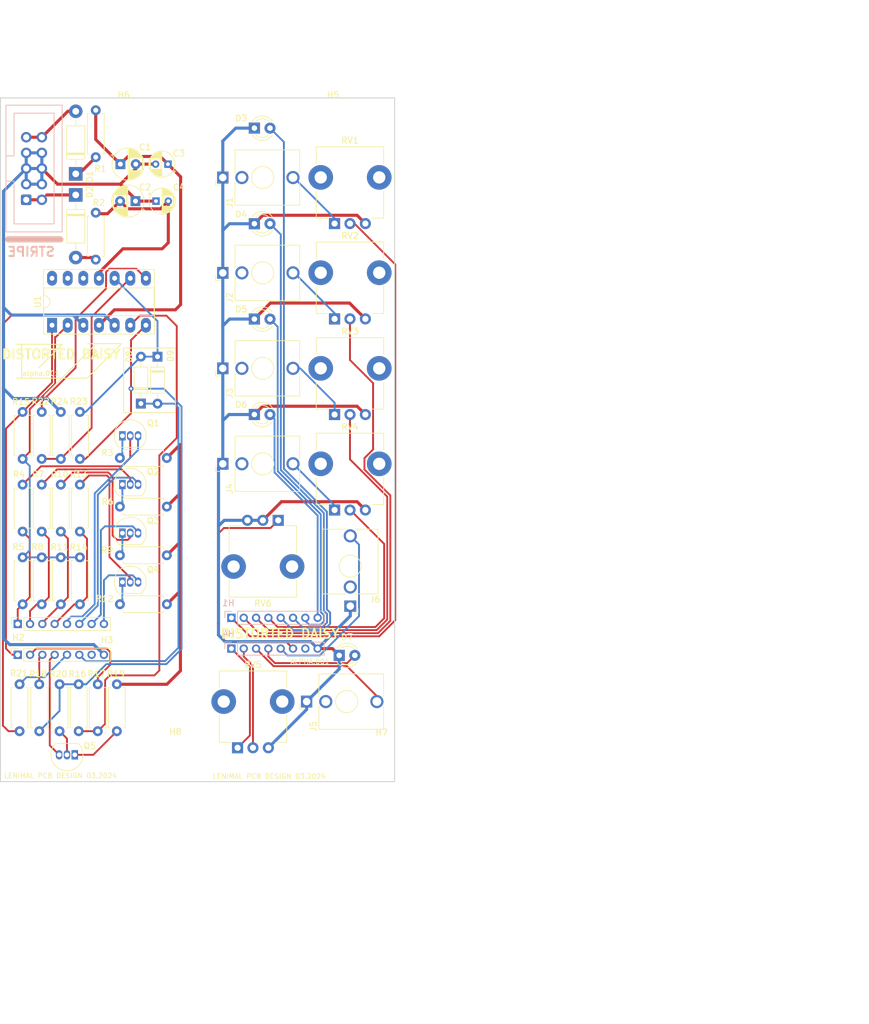
<source format=kicad_pcb>
(kicad_pcb (version 20221018) (generator pcbnew)
  (layers (0 "F.Cu" signal) (31 "B.Cu" signal) (34 "B.Paste" user) (35 "F.Paste" user) (36 "B.SilkS" user "B.Silkscreen") (37 "F.SilkS" user "F.Silkscreen") (38 "B.Mask" user) (39 "F.Mask" user) (44 "Edge.Cuts" user))
  (net 0 "")
  (net 1 "+12V")
  (net 2 "GNDREF")
  (net 3 "-12V")
  (net 4 "Net-(D3-A)")
  (net 5 "Net-(D4-A)")
  (net 6 "Net-(D5-A)")
  (net 7 "Net-(D6-A)")
  (net 8 "Net-(D7-A)")
  (net 9 "Net-(J1-PadT)")
  (net 11 "Net-(J2-PadT)")
  (net 12 "Net-(J3-PadT)")
  (net 13 "Net-(J4-PadT)")
  (net 16 "Net-(Q1-C)")
  (net 17 "Net-(Q1-B)")
  (net 18 "Net-(Q2-C)")
  (net 19 "Net-(Q2-B)")
  (net 20 "Net-(Q3-C)")
  (net 21 "Net-(Q3-B)")
  (net 22 "Net-(Q4-C)")
  (net 23 "Net-(Q4-B)")
  (net 24 "Net-(Q5-C)")
  (net 25 "Net-(Q5-B)")
  (net 26 "Net-(U1A--)")
  (net 27 "Net-(U1B--)")
  (net 29 "Net-(R16-Pad2)")
  (net 31 "Net-(H1-Pad1)")
  (net 32 "Net-(H1-Pad2)")
  (net 33 "Net-(H1-Pad3)")
  (net 34 "Net-(H1-Pad4)")
  (net 35 "Net-(H2-Pad1)")
  (net 36 "Net-(H2-Pad2)")
  (net 37 "Net-(H2-Pad3)")
  (net 38 "Net-(H2-Pad4)")
  (net 39 "Net-(Q1-E)")
  (net 40 "Net-(Q2-E)")
  (net 41 "Net-(Q3-E)")
  (net 42 "Net-(Q4-E)")
  (net 43 "Net-(H3-Pad1)")
  (net 44 "Net-(H3-Pad2)")
  (net 45 "Net-(H3-Pad3)")
  (net 46 "Net-(Q5-E)")
  (net 47 "Net-(D8-K)")
  (net 49 "Net-(H4-Pad1)")
  (net 50 "Net-(H4-Pad2)")
  (net 51 "Net-(H4-Pad3)")
  (net 53 "Net-(D8-A)")
  (net 54 "Net-(D1-K)")
  (net 55 "Net-(D1-A)")
  (net 56 "Net-(D2-K)")
  (net 57 "Net-(D2-A)")
  (net 59 "Net-(R21-Pad1)")
  (net 60 "Net-(U1C--)")
  (net 64 "Net-(H3-Pad5)")
  (net 65 "Net-(H4-Pad5)")
  (net 66 "Net-(H4-Pad6)")
  (footprint "Package_TO_SOT_THT:TO-92_Inline" (layer "F.Cu") (at 69.8 108.6)
    (fp_text reference "Q4")
    (fp_text value "BC547")
  )
  (footprint "MountingHole:MountingHole_3.5mm" (layer "F.Cu") (at 75.5 137)
    (fp_text reference "H8")
    (fp_text value "MountingHole" hide)
  )
  (footprint "synth-custom:R_Axial_DIN0207_L6.3mm_D2.5mm_P7.62mm_Horizontal" (layer "F.Cu") (at 77.02 112.2 180)
    (fp_text reference "R12")
    (fp_text value "1K")
  )
  (footprint "Potentiometer_THT:Potentiometer_TT_P0915N" (layer "F.Cu") (at 104.25 81.4)
    (fp_text reference "RV3")
    (fp_text value "B100K")
  )
  (footprint "Potentiometer_THT:Potentiometer_TT_P0915N" (layer "F.Cu") (at 104.25 96.9)
    (fp_text reference "RV4")
    (fp_text value "B100K")
  )
  (footprint "synth-custom:R_Axial_DIN0207_L6.3mm_D2.5mm_P7.62mm_Horizontal" (layer "F.Cu") (at 65.472599 56.25 90)
    (fp_text reference "R2")
    (fp_text value "10")
  )
  (footprint "synth-custom:R_Axial_DIN0207_L6.3mm_D2.5mm_P7.62mm_Horizontal" (layer "F.Cu") (at 53.6 88.6 90)
    (fp_text reference "R15")
    (fp_text value "100K")
  )
  (footprint "MountingHole:MountingHole_2.5mm" (layer "F.Cu") (at 70 33)
    (fp_text reference "H6")
    (fp_text value "MountingHole" hide)
  )
  (footprint "synth-custom:Jack_3.5mm_QingPu_WQP-PJ398SM_Vertical_CircularHoles" (layer "F.Cu") (at 86.1 73.9 90)
    (fp_text reference "J3")
    (fp_text value "INPUT_3")
  )
  (footprint "synth-custom:R_Axial_DIN0207_L6.3mm_D2.5mm_P7.62mm_Horizontal" (layer "F.Cu") (at 62.7 132.81 90)
    (fp_text reference "R16")
    (fp_text value "100K")
  )
  (footprint "LED_THT:LED_D3.0mm" (layer "F.Cu") (at 105 120.5)
    (fp_text reference "D7")
    (fp_text value "LED_OUT")
  )
  (footprint "Potentiometer_THT:Potentiometer_TT_P0915N" (layer "F.Cu") (at 95.1 98.575 180)
    (fp_text reference "RV6")
    (fp_text value "B20K")
  )
  (footprint "synth-custom:R_Axial_DIN0207_L6.3mm_D2.5mm_P7.62mm_Horizontal" (layer "F.Cu") (at 59.8 80.98 -90)
    (fp_text reference "R23")
    (fp_text value "27K")
  )
  (footprint "synth-custom:Jack_3.5mm_QingPu_WQP-PJ398SM_Vertical_CircularHoles" (layer "F.Cu") (at 86.1 58.4 90)
    (fp_text reference "J2")
    (fp_text value "INPUT_2")
  )
  (footprint "synth-custom:Jack_3.5mm_QingPu_WQP-PJ398SM_Vertical_CircularHoles" (layer "F.Cu") (at 86.1 89.4 90)
    (fp_text reference "J4")
    (fp_text value "INPUT_4")
  )
  (footprint "synth-custom:Jack_3.5mm_QingPu_WQP-PJ398SM_Vertical_CircularHoles" (layer "F.Cu") (at 106.8 112.5 180)
    (fp_text reference "J6")
    (fp_text value "OUTPUT")
  )
  (footprint "MountingHole:MountingHole_3.5mm" (layer "F.Cu") (at 109.5 137)
    (fp_text reference "H7")
    (fp_text value "MountingHole")
  )
  (footprint "Diode_THT:D_DO-41_SOD81_P10.16mm_Horizontal" (layer "F.Cu") (at 62.222599 42.33 90)
    (fp_text reference "D1")
    (fp_text value "1N5819")
  )
  (footprint "synth-custom:R_Axial_DIN0207_L6.3mm_D2.5mm_P7.62mm_Horizontal" (layer "F.Cu") (at 62.9 88.6 90)
    (fp_text reference "R24")
    (fp_text value "100K")
  )
  (footprint "synth-custom:R_Axial_DIN0207_L6.3mm_D2.5mm_P7.62mm_Horizontal" (layer "F.Cu") (at 56.3 132.81 90)
    (fp_text reference "R18")
    (fp_text value "1K")
  )
  (footprint "Capacitor_THT:CP_Radial_D5.0mm_P2.50mm" (layer "F.Cu") (at 71.927712 46.75 180)
    (fp_text reference "C2")
    (fp_text value "47uF")
  )
  (footprint "Package_TO_SOT_THT:TO-92_Inline" (layer "F.Cu") (at 69.8 100.65)
    (fp_text reference "Q3")
    (fp_text value "BC547")
  )
  (footprint "LED_THT:LED_D3.0mm" (layer "F.Cu") (at 91.225 81.4)
    (fp_text reference "D6")
    (fp_text value "LED_IN_4")
  )
  (footprint "synth-custom:R_Axial_DIN0207_L6.3mm_D2.5mm_P7.62mm_Horizontal" (layer "F.Cu") (at 53.6 100.4 90)
    (fp_text reference "R4")
    (fp_text value "100K")
  )
  (footprint "Diode_THT:D_DO-41_SOD81_P10.16mm_Horizontal" (layer "F.Cu") (at 62.222599 45.75 -90)
    (fp_text reference "D2")
    (fp_text value "1N5819")
  )
  (footprint "synth-custom:R_Axial_DIN0207_L6.3mm_D2.5mm_P7.62mm_Horizontal" (layer "F.Cu") (at 62.9 112.21 90)
    (fp_text reference "R14")
    (fp_text value "100K")
  )
  (footprint "synth-custom:R_Axial_DIN0207_L6.3mm_D2.5mm_P7.62mm_Horizontal" (layer "F.Cu") (at 77.01 96.35 180)
    (fp_text reference "R6")
    (fp_text value "1K")
  )
  (footprint "synth-custom:R_Axial_DIN0207_L6.3mm_D2.5mm_P7.62mm_Horizontal" (layer "F.Cu") (at 59.8 100.4 90)
    (fp_text reference "R10")
    (fp_text value "100K")
  )
  (footprint "synth-custom:R_Axial_DIN0207_L6.3mm_D2.5mm_P7.62mm_Horizontal" (layer "F.Cu") (at 59.8 112.21 90)
    (fp_text reference "R11")
    (fp_text value "100K")
  )
  (footprint "synth-custom:R_Axial_DIN0207_L6.3mm_D2.5mm_P7.62mm_Horizontal" (layer "F.Cu") (at 77.01 104.25 180)
    (fp_text reference "R9")
    (fp_text value "1K")
  )
  (footprint "Capacitor_THT:CP_Radial_D4.0mm_P2.00mm" (layer "F.Cu") (at 77.195199 40.75 180)
    (fp_text reference "C3")
    (fp_text value "0.1uF")
  )
  (footprint "synth-custom:R_Axial_DIN0207_L6.3mm_D2.5mm_P7.62mm_Horizontal" (layer "F.Cu") (at 56.7 100.4 90)
    (fp_text reference "R7")
    (fp_text value "100K")
  )
  (footprint "synth-custom:R_Axial_DIN0207_L6.3mm_D2.5mm_P7.62mm_Horizontal" (layer "F.Cu") (at 62.9 100.4 90)
    (fp_text reference "R13")
    (fp_text value "100K")
  )
  (footprint "Potentiometer_THT:Potentiometer_TT_P0915N" (layer "F.Cu") (at 104.25 65.875)
    (fp_text reference "RV2")
    (fp_text value "B100K")
  )
  (footprint "Package_TO_SOT_THT:TO-92_Inline" (layer "F.Cu") (at 69.8 92.75)
    (fp_text reference "Q2")
    (fp_text value "BC547")
  )
  (footprint "Package_TO_SOT_THT:TO-92_Inline" (layer "F.Cu") (at 62.07 136.64 180)
    (fp_text reference "Q5")
    (fp_text value "BC547")
  )
  (footprint "synth-custom:Jack_3.5mm_QingPu_WQP-PJ398SM_Vertical_CircularHoles" (layer "F.Cu") (at 86.1 42.925 90)
    (fp_text reference "J1")
    (fp_text value "INPUT_1")
  )
  (footprint "synth-custom:R_Axial_DIN0207_L6.3mm_D2.5mm_P7.62mm_Horizontal" (layer "F.Cu") (at 56.7 112.21 90)
    (fp_text reference "R8")
    (fp_text value "100K")
  )
  (footprint "synth-custom:R_Axial_DIN0207_L6.3mm_D2.5mm_P7.62mm_Horizontal" (layer "F.Cu") (at 53.1 132.81 90)
    (fp_text reference "R21")
    (fp_text value "1K")
  )
  (footprint "synth-custom:R_Axial_DIN0207_L6.3mm_D2.5mm_P7.62mm_Horizontal" (layer "F.Cu") (at 56.7 88.6 90)
    (fp_text reference "R22")
    (fp_text value "100K")
  )
  (footprint "synth-custom:Jack_3.5mm_QingPu_WQP-PJ398SM_Vertical_CircularHoles" (layer "F.Cu") (at 99.72 128 90)
    (fp_text reference "J5")
    (fp_text value "OUTPUT")
  )
  (footprint "synth-custom:R_Axial_DIN0207_L6.3mm_D2.5mm_P7.62mm_Horizontal" (layer "F.Cu") (at 68.9 125.19 -90)
    (fp_text reference "R19")
    (fp_text value "1K")
  )
  (footprint "Potentiometer_THT:Potentiometer_TT_P0915N" (layer "F.Cu") (at 88.5 135.5)
    (fp_text reference "RV5")
    (fp_text value "B100K")
  )
  (footprint "synth-custom:R_Axial_DIN0207_L6.3mm_D2.5mm_P7.62mm_Horizontal" (layer "F.Cu") (at 59.6 125.19 -90)
    (fp_text reference "R20")
    (fp_text value "100K")
  )
  (footprint "synth-custom:R_Axial_DIN0207_L6.3mm_D2.5mm_P7.62mm_Horizontal" (layer "F.Cu") (at 77.01 88.45 180)
    (fp_text reference "R3")
    (fp_text value "1K")
  )
  (footprint "synth-custom:PinSocket_1x08_P2.00mm_Vertical" (layer "F.Cu") (at 52.8 115.4 90)
    (fp_text reference "H2")
    (fp_text value "~")
  )
  (footprint "Package_TO_SOT_THT:TO-92_Inline" (layer "F.Cu") (at 69.8 84.86)
    (fp_text reference "Q1")
    (fp_text value "BC547")
  )
  (footprint "LED_THT:LED_D3.0mm" (layer "F.Cu") (at 91.225 65.9)
    (fp_text reference "D5")
    (fp_text value "LED_IN_3")
  )
  (footprint "Capacitor_THT:CP_Radial_D5.0mm_P2.50mm" (layer "F.Cu") (at 69.472599 40.75)
    (fp_text reference "C1")
    (fp_text value "47uF")
  )
  (footprint "Diode_THT:D_DO-35_SOD27_P7.62mm_Horizontal" (layer "F.Cu") (at 72.8 79.62 90)
    (fp_text reference "D8")
    (fp_text value "1N4148")
  )
  (footprint "LED_THT:LED_D3.0mm" (layer "F.Cu") (at 91.225 50.425)
    (fp_text reference "D4")
    (fp_text value "LED_IN_2")
  )
  (footprint "synth-custom:R_Axial_DIN0207_L6.3mm_D2.5mm_P7.62mm_Horizontal" (layer "F.Cu") (at 53.6 112.21 90)
    (fp_text reference "R5")
    (fp_text value "100K")
  )
  (footprint "Potentiometer_THT:Potentiometer_TT_P0915N" (layer "F.Cu") (at 104.25 50.4)
    (fp_text reference "RV1")
    (fp_text value "B100K")
  )
  (footprint "Capacitor_THT:CP_Radial_D4.0mm_P2.00mm" (layer "F.Cu") (at 75.25 46.75)
    (fp_text reference "C4")
    (fp_text value "0.1uF")
  )
  (footprint "Diode_THT:D_DO-35_SOD27_P7.62mm_Horizontal" (layer "F.Cu") (at 75.5 72.01 -90)
    (fp_text reference "D9")
    (fp_text value "1N4148")
  )
  (footprint "LED_THT:LED_D3.0mm" (layer "F.Cu") (at 91.225 34.9)
    (fp_text reference "D3")
    (fp_text value "LED_IN_1")
  )
  (footprint "synth-custom:R_Axial_DIN0207_L6.3mm_D2.5mm_P7.62mm_Horizontal" (layer "F.Cu") (at 65.472599 39.62 90)
    (fp_text reference "R1")
    (fp_text value "10")
  )
  (footprint "MountingHole:MountingHole_2.5mm" (layer "F.Cu") (at 104 33)
    (fp_text reference "H5")
    (fp_text value "MountingHole" hide)
  )
  (footprint "synth-custom:R_Axial_DIN0207_L6.3mm_D2.5mm_P7.62mm_Horizontal" (layer "F.Cu") (at 65.8 125.19 -90)
    (fp_text reference "R17")
    (fp_text value "100K")
  )
  (footprint "synth-custom:PinSocket_1x08_P2.00mm_Vertical" (layer "F.Cu") (at 52.8 120.4 90)
    (fp_text reference "H3")
    (fp_text value "~")
  )
  (footprint "Package_DIP:DIP-14_W7.62mm_Socket_LongPads" (layer "F.Cu") (at 58.375 66.9 90)
    (fp_text reference "U1")
    (fp_text value "TL074")
  )
  (footprint "synth-custom:PinHeader_1x08_P2.00mm_Vertical" (layer "B.Cu") (at 87.5 114.4 -90)
    (fp_text reference "H1")
    (fp_text value "~")
  )
  (footprint "synth-custom:PinHeader_1x08_P2.00mm_Vertical" (layer "B.Cu") (at 87.5 119.4 -90)
    (fp_text reference "H4")
    (fp_text value "~")
  )
  (footprint "synth-custom:CONN_02x05_PWR" (layer "B.Cu") (at 56.222599 41.46 180)
    (fp_text reference "H9" hide)
    (fp_text value "Conn_02x05_PWR_Eurorack" hide)
  )
  (gr_line (start 65.3 70.15) (end 57.2 78.25) (stroke (width 0.15)) (layer "F.SilkS"))
  (gr_line (start 52.55 75.5) (end 64.05 75.5) (stroke (width 0.15)) (layer "F.SilkS"))
  (gr_line (start 64.05 75.5) (end 69.65 69.9) (stroke (width 0.15)) (layer "F.SilkS"))
  (gr_line (start 69.65 69.9) (end 64.05 69.9) (stroke (width 0.15)) (layer "F.SilkS"))
  (gr_line (start 53.45 70) (end 53.45 75.5) (stroke (width 0.15)) (layer "F.SilkS"))
  (gr_line (start 60.05 70) (end 52.55 70) (stroke (width 0.15)) (layer "F.SilkS"))
  (gr_line (start 56.22765 73.82235) (end 60.05 70) (stroke (width 0.15)) (layer "F.SilkS"))
  (gr_rect (start 70 70.6) (end 78.4 81.1) (stroke (width 0.15)) (fill none) (layer "F.SilkS"))
  (gr_rect (start 50 30) (end 114 141) (stroke (width 0.15)) (fill none) (layer "Edge.Cuts"))
  (gr_text "DISTORTED DAISY" (at 85.6 117.85) (layer "F.SilkS") (effects (font (size 1.5 1.5) (thickness 0.3) bold) (justify left bottom)))
  (gr_text "alpha.001\n" (at 53.5 75.2) (layer "F.SilkS") (effects (font (size 0.8 0.8) (thickness 0.125)) (justify left bottom)))
  (gr_text "DISTORTED DAISY" (at 50.05 72.5) (layer "F.SilkS") (effects (font (size 1.5 1.5) (thickness 0.3) bold) (justify left bottom)))
  (gr_text "LENIMAL PCB DESIGN 03.2024" (at 84.4 140.6) (layer "F.SilkS") (effects (font (size 0.8 0.8) (thickness 0.125)) (justify left bottom)))
  (gr_text "ALPHA.001" (at 97 122) (layer "F.SilkS") (effects (font (size 0.8 0.8) (thickness 0.125)) (justify left bottom)))
  (gr_text "LENIMAL PCB DESIGN 03.2024" (at 50.5 140.5) (layer "F.SilkS") (effects (font (size 0.8 0.8) (thickness 0.125)) (justify left bottom)))
  (segment (start 77.01 88.45) (end 79.16 86.3) (width 0.5) (layer "F.Cu") (net 1))
  (segment (start 77.01 96.35) (end 79.2226 94.1374) (width 0.5) (layer "F.Cu") (net 1))
  (segment (start 79.2226 109.9974) (end 79.2226 109.9) (width 0.5) (layer "F.Cu") (net 1))
  (segment (start 79.2226 94) (end 79.2226 102) (width 0.5) (layer "F.Cu") (net 1))
  (segment (start 79.25 63.55) (end 78.4 64.4) (width 0.5) (layer "F.Cu") (net 1))
  (segment (start 69.472599 40.75) (end 70.722599 39.5) (width 0.5) (layer "F.Cu") (net 1))
  (segment (start 79.2226 94.1374) (end 79.2226 94) (width 0.5) (layer "F.Cu") (net 1))
  (segment (start 79.25 42.804801) (end 79.25 63.55) (width 0.5) (layer "F.Cu") (net 1))
  (segment (start 79.16 86.3) (end 79.2226 86.3) (width 0.5) (layer "F.Cu") (net 1))
  (segment (start 78.4 64.4) (end 68.495 64.4) (width 0.5) (layer "F.Cu") (net 1))
  (segment (start 77.195199 40.75) (end 79.25 42.804801) (width 0.5) (layer "F.Cu") (net 1))
  (segment (start 68.495 64.4) (end 65.995 66.9) (width 0.5) (layer "F.Cu") (net 1))
  (segment (start 77.02 112.2) (end 79.2226 109.9974) (width 0.5) (layer "F.Cu") (net 1))
  (segment (start 79.2226 102.0374) (end 79.2226 102) (width 0.5) (layer "F.Cu") (net 1))
  (segment (start 77.0326 125.19) (end 79.2226 123) (width 0.5) (layer "F.Cu") (net 1))
  (segment (start 77.01 104.25) (end 79.2226 102.0374) (width 0.5) (layer "F.Cu") (net 1))
  (segment (start 65.472599 36.75) (end 69.472599 40.75) (width 0.5) (layer "F.Cu") (net 1))
  (segment (start 79.2226 86.3) (end 79.2226 94) (width 0.5) (layer "F.Cu") (net 1))
  (segment (start 79.2226 102) (end 79.2226 109.9) (width 0.5) (layer "F.Cu") (net 1))
  (segment (start 68.9 125.19) (end 77.0326 125.19) (width 0.5) (layer "F.Cu") (net 1))
  (segment (start 75.945199 39.5) (end 77.195199 40.75) (width 0.5) (layer "F.Cu") (net 1))
  (segment (start 79.2226 109.9) (end 79.2226 123) (width 0.5) (layer "F.Cu") (net 1))
  (segment (start 70.722599 39.5) (end 75.945199 39.5) (width 0.5) (layer "F.Cu") (net 1))
  (segment (start 65.472599 32) (end 65.472599 36.75) (width 0.5) (layer "F.Cu") (net 1))
  (segment (start 109.25 81.4) (end 107.9 80.05) (width 0.5) (layer "F.Cu") (net 2))
  (segment (start 75.25 46.75) (end 71.927712 46.75) (width 0.5) (layer "F.Cu") (net 2))
  (segment (start 71.927712 46.455113) (end 69.472599 44) (width 0.5) (layer "F.Cu") (net 2))
  (segment (start 106.675 63.3) (end 93.825 63.3) (width 0.5) (layer "F.Cu") (net 2))
  (segment (start 95.625 95.55) (end 92.6 98.575) (width 0.5) (layer "F.Cu") (net 2))
  (segment (start 101.5 119.4) (end 103.9 119.4) (width 0.5) (layer "F.Cu") (net 2))
  (segment (start 107.9 80.05) (end 92.575 80.05) (width 0.5) (layer "F.Cu") (net 2))
  (segment (start 69.472599 44) (end 59.262599 44) (width 0.5) (layer "F.Cu") (net 2))
  (segment (start 59.262599 44) (end 56.722599 41.46) (width 0.5) (layer "F.Cu") (net 2))
  (segment (start 71.972599 41.5) (end 71.972599 40.75) (width 0.5) (layer "F.Cu") (net 2))
  (segment (start 103.9 119.4) (end 105 120.5) (width 0.5) (layer "F.Cu") (net 2))
  (segment (start 69.472599 44) (end 71.972599 41.5) (width 0.5) (layer "F.Cu") (net 2))
  (segment (start 107.9 49.05) (end 92.6 49.05) (width 0.5) (layer "F.Cu") (net 2))
  (segment (start 109.25 50.4) (end 107.9 49.05) (width 0.5) (layer "F.Cu") (net 2))
  (segment (start 109.25 65.875) (end 106.675 63.3) (width 0.5) (layer "F.Cu") (net 2))
  (segment (start 71.927712 46.75) (end 71.927712 46.455113) (width 0.5) (layer "F.Cu") (net 2))
  (segment (start 107.9 95.55) (end 95.625 95.55) (width 0.5) (layer "F.Cu") (net 2))
  (segment (start 109.25 96.9) (end 107.9 95.55) (width 0.5) (layer "F.Cu") (net 2))
  (segment (start 92.575 80.05) (end 91.225 81.4) (width 0.5) (layer "F.Cu") (net 2))
  (segment (start 71.972599 40.75) (end 75.195199 40.75) (width 0.5) (layer "F.Cu") (net 2))
  (segment (start 92.6 49.05) (end 91.225 50.425) (width 0.5) (layer "F.Cu") (net 2))
  (segment (start 93.825 63.3) (end 91.225 65.9) (width 0.5) (layer "F.Cu") (net 2))
  (segment (start 85.4 117.2) (end 86.475 118.275) (width 0.5) (layer "B.Cu") (net 2))
  (segment (start 86.1 42.925) (end 86.1 51.5) (width 0.5) (layer "B.Cu") (net 2))
  (segment (start 91.225 65.9) (end 87.2 65.9) (width 0.5) (layer "B.Cu") (net 2))
  (segment (start 85.4 90.1) (end 85.4 99.5) (width 0.5) (layer "B.Cu") (net 2))
  (segment (start 61.805 65.25) (end 60.9 65.25) (width 0.5) (layer "B.Cu") (net 2))
  (segment (start 68.535 66.9) (end 66.885 65.25) (width 0.5) (layer "B.Cu") (net 2))
  (segment (start 91.225 81.4) (end 87.1 81.4) (width 0.5) (layer "B.Cu") (net 2))
  (segment (start 99.72 129.28) (end 93.5 135.5) (width 0.5) (layer "B.Cu") (net 2))
  (segment (start 51.75 65.25) (end 50.5 64) (width 0.5) (layer "B.Cu") (net 2))
  (segment (start 86.1 58.4) (end 86.1 67) (width 0.5) (layer "B.Cu") (net 2))
  (segment (start 85.4 115.3) (end 85.4 117.2) (width 0.5) (layer "B.Cu") (net 2))
  (segment (start 54.182599 41.46) (end 54.182599 44) (width 0.5) (layer "B.Cu") (net 2))
  (segment (start 88.2 34.9) (end 91.225 34.9) (width 0.5) (layer "B.Cu") (net 2))
  (segment (start 86.475 118.275) (end 100.375 118.275) (width 0.5) (layer "B.Cu") (net 2))
  (segment (start 86.1 73.9) (end 86.1 82.4) (width 0.5) (layer "B.Cu") (net 2))
  (segment (start 51.5 118.75) (end 65.15 118.75) (width 0.5) (layer "B.Cu") (net 2))
  (segment (start 91.225 50.425) (end 87.175 50.425) (width 0.5) (layer "B.Cu") (net 2))
  (segment (start 54.182599 38.92) (end 56.722599 38.92) (width 0.5) (layer "B.Cu") (net 2))
  (segment (start 54.182599 41.46) (end 56.722599 41.46) (width 0.5) (layer "B.Cu") (net 2))
  (segment (start 86.1 89.4) (end 85.4 90.1) (width 0.5) (layer "B.Cu") (net 2))
  (segment (start 85.4 99.5) (end 85.4 115.3) (width 0.5) (layer "B.Cu") (net 2))
  (segment (start 66.885 65.25) (end 60.9 65.25) (width 0.5) (layer "B.Cu") (net 2))
  (segment (start 86.1 51.5) (end 86.1 58.4) (width 0.5) (layer "B.Cu") (net 2))
  (segment (start 52.1 78.8) (end 50.5 77.2) (width 0.5) (layer "B.Cu") (net 2))
  (segment (start 56.722599 41.46) (end 56.722599 44) (width 0.5) (layer "B.Cu") (net 2))
  (segment (start 87.2 65.9) (end 86.1 67) (width 0.5) (layer "B.Cu") (net 2))
  (segment (start 105 120.5) (end 105 122.72) (width 0.5) (layer "B.Cu") (net 2))
  (segment (start 86.1 82.4) (end 86.1 89.4) (width 0.5) (layer "B.Cu") (net 2))
  (segment (start 56.722599 38.92) (end 56.722599 41.46) (width 0.5) (layer "B.Cu") (net 2))
  (segment (start 54.182599 41.46) (end 54.182599 38.92) (width 0.5) (layer "B.Cu") (net 2))
  (segment (start 87.1 81.4) (end 86.1 82.4) (width 0.5) (layer "B.Cu") (net 2))
  (segment (start 86.1 37) (end 88.2 34.9) (width 0.5) (layer "B.Cu") (net 2))
  (segment (start 63.455 66.9) (end 61.805 65.25) (width 0.5) (layer "B.Cu") (net 2))
  (segment (start 100.375 118.275) (end 101.5 119.4) (width 0.5) (layer "B.Cu") (net 2))
  (segment (start 50.5 117.75) (end 51.5 118.75) (width 0.5) (layer "B.Cu") (net 2))
  (segment (start 57.62 78.8) (end 52.1 78.8) (width 0.5) (layer "B.Cu") (net 2))
  (segment (start 106.8 112.5) (end 106.8 114.1) (width 0.5) (layer "B.Cu") (net 2))
  (segment (start 92.6 98.575) (end 90.1 98.575) (width 0.5) (layer "B.Cu") (net 2))
  (segment (start 106.8 114.1) (end 101.5 119.4) (width 0.5) (layer "B.Cu") (net 2))
  (segment (start 86.325 98.575) (end 85.4 99.5) (width 0.5) (layer "B.Cu") (net 2))
  (segment (start 65.15 118.75) (end 66.8 120.4) (width 0.5) (layer "B.Cu") (net 2))
  (segment (start 56.722599 44) (end 54.182599 44) (width 0.5) (layer "B.Cu") (net 2))
  (segment (start 60.9 65.25) (end 51.75 65.25) (width 0.5) (layer "B.Cu") (net 2))
  (segment (start 86.1 67) (end 86.1 73.9) (width 0.5) (layer "B.Cu") (net 2))
  (segment (start 87.175 50.425) (end 86.1 51.5) (width 0.5) (layer "B.Cu") (net 2))
  (segment (start 50.5 64) (end 50.5 45.142599) (width 0.5) (layer "B.Cu") (net 2))
  (segment (start 50.5 45.142599) (end 54.182599 41.46) (width 0.5) (layer "B.Cu") (net 2))
  (segment (start 99.72 128) (end 99.72 129.28) (width 0.5) (layer "B.Cu") (net 2))
  (segment (start 50.5 64) (end 50.5 77.2) (width 0.5) (layer "B.Cu") (net 2))
  (segment (start 105 122.72) (end 99.72 128) (width 0.5) (layer "B.Cu") (net 2))
  (segment (start 86.1 42.925) (end 86.1 37) (width 0.5) (layer "B.Cu") (net 2))
  (segment (start 59.8 80.98) (end 57.62 78.8) (width 0.5) (layer "B.Cu") (net 2))
  (segment (start 50.5 77.2) (end 50.5 117.75) (width 0.5) (layer "B.Cu") (net 2))
  (segment (start 90.1 98.575) (end 86.325 98.575) (width 0.5) (layer "B.Cu") (net 2))
  (segment (start 69.875 54.5) (end 76.25 54.5) (width 0.5) (layer "F.Cu") (net 3))
  (segment (start 65.472599 48.8) (end 67.377712 48.8) (width 0.5) (layer "F.Cu") (net 3))
  (segment (start 65.995 59.28) (end 65.995 58.38) (width 0.5) (layer "F.Cu") (net 3))
  (segment (start 67.377712 48.8) (end 69.427712 46.75) (width 0.5) (layer "F.Cu") (net 3))
  (segment (start 76 48) (end 77.25 46.75) (width 0.5) (layer "F.Cu") (net 3))
  (segment (start 70.677712 48) (end 76 48) (width 0.5) (layer "F.Cu") (net 3))
  (segment (start 65.995 58.38) (end 69.875 54.5) (width 0.5) (layer "F.Cu") (net 3))
  (segment (start 76.25 54.5) (end 77.25 53.5) (width 0.5) (layer "F.Cu") (net 3))
  (segment (start 77.25 53.5) (end 77.25 46.75) (width 0.5) (layer "F.Cu") (net 3))
  (segment (start 69.427712 46.75) (end 70.677712 48) (width 0.5) (layer "F.Cu") (net 3))
  (segment (start 96.015 90.193682) (end 96.015 37.15) (width 0.3) (layer "B.Cu") (net 4))
  (segment (start 103 97.178682) (end 96.015 90.193682) (width 0.3) (layer "B.Cu") (net 4))
  (segment (start 103.525 115.382106) (end 103.525 113.561219) (width 0.3) (layer "B.Cu") (net 4))
  (segment (start 95.5 114.4) (end 97.6 116.5) (width 0.3) (layer "B.Cu") (net 4))
  (segment (start 102.407106 116.5) (end 103.525 115.382106) (width 0.3) (layer "B.Cu") (net 4))
  (segment (start 96.015 37.15) (end 93.765 34.9) (width 0.3) (layer "B.Cu") (net 4))
  (segment (start 103 113.036219) (end 103 97.178682) (width 0.3) (layer "B.Cu") (net 4))
  (segment (start 97.6 116.5) (end 102.407106 116.5) (width 0.3) (layer "B.Cu") (net 4))
  (segment (start 103.525 113.561219) (end 103 113.036219) (width 0.3) (layer "B.Cu") (net 4))
  (segment (start 95.515 52.175) (end 93.765 50.425) (width 0.3) (layer "B.Cu") (net 5))
  (segment (start 97.5 114.4) (end 99.1 116) (width 0.3) (layer "B.Cu") (net 5))
  (segment (start 95.515 90.400789) (end 95.515 52.175) (width 0.3) (layer "B.Cu") (net 5))
  (segment (start 99.1 116) (end 102.2 116) (width 0.3) (layer "B.Cu") (net 5))
  (segment (start 103.025 113.768325) (end 102.5 113.243325) (width 0.3) (layer "B.Cu") (net 5))
  (segment (start 103.025 115.175) (end 103.025 113.768325) (width 0.3) (layer "B.Cu") (net 5))
  (segment (start 102.2 116) (end 103.025 115.175) (width 0.3) (layer "B.Cu") (net 5))
  (segment (start 102.5 113.243325) (end 102.5 97.385788) (width 0.3) (layer "B.Cu") (net 5))
  (segment (start 102.5 97.385788) (end 95.515 90.400789) (width 0.3) (layer "B.Cu") (net 5))
  (segment (start 100.1 115.5) (end 101.992894 115.5) (width 0.3) (layer "B.Cu") (net 6))
  (segment (start 101.992894 115.5) (end 102.525 114.967894) (width 0.3) (layer "B.Cu") (net 6))
  (segment (start 102 97.592894) (end 95.015 90.607895) (width 0.3) (layer "B.Cu") (net 6))
  (segment (start 99.5 114.9) (end 100.1 115.5) (width 0.3) (layer "B.Cu") (net 6))
  (segment (start 99.5 114.4) (end 99.5 114.9) (width 0.3) (layer "B.Cu") (net 6))
  (segment (start 102.525 113.975431) (end 102 113.450431) (width 0.3) (layer "B.Cu") (net 6))
  (segment (start 95.015 90.607895) (end 95.015 67.15) (width 0.3) (layer "B.Cu") (net 6))
  (segment (start 102 113.450431) (end 102 97.592894) (width 0.3) (layer "B.Cu") (net 6))
  (segment (start 102.525 114.967894) (end 102.525 113.975431) (width 0.3) (layer "B.Cu") (net 6))
  (segment (start 95.015 67.15) (end 93.765 65.9) (width 0.3) (layer "B.Cu") (net 6))
  (segment (start 94.5 90.8) (end 94.5 82.135) (width 0.3) (layer "B.Cu") (net 7))
  (segment (start 94.5 82.135) (end 93.765 81.4) (width 0.3) (layer "B.Cu") (net 7))
  (segment (start 101.5 114.4) (end 101.5 97.8) (width 0.3) (layer "B.Cu") (net 7))
  (segment (start 101.5 97.8) (end 94.5 90.8) (width 0.3) (layer "B.Cu") (net 7))
  (segment (start 93.5 120.692894) (end 94.557106 121.75) (width 0.3) (layer "F.Cu") (net 8))
  (segment (start 94.557106 121.75) (end 106.29 121.75) (width 0.3) (layer "F.Cu") (net 8))
  (segment (start 106.29 121.75) (end 107.54 120.5) (width 0.3) (layer "F.Cu") (net 8))
  (segment (start 93.5 119.4) (end 93.5 120.692894) (width 0.3) (layer "F.Cu") (net 8))
  (segment (start 97.5 42.925) (end 97.625 42.925) (width 0.3) (layer "B.Cu") (net 9))
  (segment (start 97.625 42.925) (end 104.25 49.55) (width 0.3) (layer "B.Cu") (net 9))
  (segment (start 104.25 49.55) (end 104.25 50.4) (width 0.3) (layer "B.Cu") (net 9))
  (segment (start 97.7 58.4) (end 104.25 64.95) (width 0.3) (layer "B.Cu") (net 11))
  (segment (start 97.5 58.4) (end 97.7 58.4) (width 0.3) (layer "B.Cu") (net 11))
  (segment (start 104.25 64.95) (end 104.25 65.875) (width 0.3) (layer "B.Cu") (net 11))
  (segment (start 98.676598 73.9) (end 104.25 79.473402) (width 0.3) (layer "B.Cu") (net 12))
  (segment (start 104.25 79.473402) (end 104.25 81.4) (width 0.3) (layer "B.Cu") (net 12))
  (segment (start 97.5 73.9) (end 98.676598 73.9) (width 0.3) (layer "B.Cu") (net 12))
  (segment (start 97.5 89.4) (end 104.25 96.15) (width 0.3) (layer "B.Cu") (net 13))
  (segment (start 104.25 96.15) (end 104.25 96.9) (width 0.3) (layer "B.Cu") (net 13))
  (segment (start 69.8 88.04) (end 69.39 88.45) (width 0.3) (layer "B.Cu") (net 16))
  (segment (start 69.8 84.86) (end 69.8 88.04) (width 0.3) (layer "B.Cu") (net 16))
  (segment (start 56.58 89.8) (end 69.7 89.8) (width 0.3) (layer "F.Cu") (net 17))
  (segment (start 69.7 89.8) (end 71.07 88.43) (width 0.3) (layer "F.Cu") (net 17))
  (segment (start 53.6 92.78) (end 56.58 89.8) (width 0.3) (layer "F.Cu") (net 17))
  (segment (start 71.07 88.43) (end 71.07 84.86) (width 0.3) (layer "F.Cu") (net 17))
  (segment (start 69.8 95.94) (end 69.39 96.35) (width 0.3) (layer "B.Cu") (net 18))
  (segment (start 69.8 92.75) (end 69.8 95.94) (width 0.3) (layer "B.Cu") (net 18))
  (segment (start 56.7 92.78) (end 59.18 90.3) (width 0.3) (layer "F.Cu") (net 19))
  (segment (start 69.67 90.3) (end 71.07 91.7) (width 0.3) (layer "F.Cu") (net 19))
  (segment (start 59.18 90.3) (end 69.67 90.3) (width 0.3) (layer "F.Cu") (net 19))
  (segment (start 71.07 91.7) (end 71.07 92.75) (width 0.3) (layer "F.Cu") (net 19))
  (segment (start 69.8 103.84) (end 69.39 104.25) (width 0.3) (layer "B.Cu") (net 20))
  (segment (start 69.8 100.65) (end 69.8 103.84) (width 0.3) (layer "B.Cu") (net 20))
  (segment (start 59.8 92.78) (end 61.78 90.8) (width 0.3) (layer "F.Cu") (net 21))
  (segment (start 68.2 101.025) (end 68.925 101.75) (width 0.3) (layer "F.Cu") (net 21))
  (segment (start 70.675 101.75) (end 71.07 101.355) (width 0.3) (layer "F.Cu") (net 21))
  (segment (start 61.78 90.8) (end 67.5 90.8) (width 0.3) (layer "F.Cu") (net 21))
  (segment (start 67.5 90.8) (end 68.2 91.5) (width 0.3) (layer "F.Cu") (net 21))
  (segment (start 68.2 91.5) (end 68.2 101.025) (width 0.3) (layer "F.Cu") (net 21))
  (segment (start 71.07 101.355) (end 71.07 100.65) (width 0.3) (layer "F.Cu") (net 21))
  (segment (start 68.925 101.75) (end 70.675 101.75) (width 0.3) (layer "F.Cu") (net 21))
  (segment (start 69.8 108.6) (end 69.8 111.8) (width 0.3) (layer "B.Cu") (net 22))
  (segment (start 69.8 111.8) (end 69.4 112.2) (width 0.3) (layer "B.Cu") (net 22))
  (segment (start 67.7 91.707106) (end 67.7 104.525) (width 0.3) (layer "F.Cu") (net 23))
  (segment (start 71.07 107.895) (end 71.07 108.6) (width 0.3) (layer "F.Cu") (net 23))
  (segment (start 64.38 91.3) (end 67.292894 91.3) (width 0.3) (layer "F.Cu") (net 23))
  (segment (start 62.9 92.78) (end 64.38 91.3) (width 0.3) (layer "F.Cu") (net 23))
  (segment (start 67.292894 91.3) (end 67.7 91.707106) (width 0.3) (layer "F.Cu") (net 23))
  (segment (start 67.7 104.525) (end 71.07 107.895) (width 0.3) (layer "F.Cu") (net 23))
  (segment (start 68.9 132.81) (end 65.07 136.64) (width 0.3) (layer "F.Cu") (net 24))
  (segment (start 65.07 136.64) (end 62.07 136.64) (width 0.3) (layer "F.Cu") (net 24))
  (segment (start 60.8 136.64) (end 60.8 134.01) (width 0.3) (layer "F.Cu") (net 25))
  (segment (start 60.8 134.01) (end 59.6 132.81) (width 0.3) (layer "F.Cu") (net 25))
  (segment (start 58.875 76.412106) (end 54.75 80.537106) (width 0.3) (layer "F.Cu") (net 26))
  (segment (start 59.015 68.8) (end 58.875 68.8) (width 0.3) (layer "F.Cu") (net 26))
  (segment (start 54.75 80.537106) (end 54.75 87.45) (width 0.3) (layer "F.Cu") (net 26))
  (segment (start 58.875 68.8) (end 58.875 76.412106) (width 0.3) (layer "F.Cu") (net 26))
  (segment (start 60.915 66.9) (end 59.015 68.8) (width 0.3) (layer "F.Cu") (net 26))
  (segment (start 54.75 87.45) (end 53.6 88.6) (width 0.3) (layer "F.Cu") (net 26))
  (segment (start 54.75 103.44) (end 54.75 89.75) (width 0.3) (layer "B.Cu") (net 26))
  (segment (start 54.75 89.75) (end 53.6 88.6) (width 0.3) (layer "B.Cu") (net 26))
  (segment (start 53.6 104.59) (end 56.7 104.59) (width 0.3) (layer "B.Cu") (net 26))
  (segment (start 53.6 104.59) (end 54.75 103.44) (width 0.3) (layer "B.Cu") (net 26))
  (segment (start 59.8 104.59) (end 62.9 104.59) (width 0.3) (layer "B.Cu") (net 26))
  (segment (start 56.7 104.59) (end 59.8 104.59) (width 0.3) (layer "B.Cu") (net 26))
  (segment (start 75.8 88.033654) (end 75.8 122.95) (width 0.3) (layer "F.Cu") (net 27))
  (segment (start 72.625 65.35) (end 76.95 65.35) (width 0.3) (layer "F.Cu") (net 27))
  (segment (start 76.95 65.35) (end 78.6226 67.0226) (width 0.3) (layer "F.Cu") (net 27))
  (segment (start 75.8 122.95) (end 75 123.75) (width 0.3) (layer "F.Cu") (net 27))
  (segment (start 67.75 123.75) (end 67 124.5) (width 0.3) (layer "F.Cu") (net 27))
  (segment (start 67 124.5) (end 67 131.61) (width 0.3) (layer "F.Cu") (net 27))
  (segment (start 78.6226 67.0226) (end 78.6226 85.211054) (width 0.3) (layer "F.Cu") (net 27))
  (segment (start 65.8 132.81) (end 62.7 132.81) (width 0.3) (layer "F.Cu") (net 27))
  (segment (start 71.075 66.9) (end 72.625 65.35) (width 0.3) (layer "F.Cu") (net 27))
  (segment (start 78.6226 85.211054) (end 75.8 88.033654) (width 0.3) (layer "F.Cu") (net 27))
  (segment (start 67 131.61) (end 65.8 132.81) (width 0.3) (layer "F.Cu") (net 27))
  (segment (start 75 123.75) (end 67.75 123.75) (width 0.3) (layer "F.Cu") (net 27))
  (segment (start 71.2 77.2) (end 71.2 81.2) (width 0.3) (layer "F.Cu") (net 29))
  (segment (start 71.2 69.315) (end 73.615 66.9) (width 0.3) (layer "F.Cu") (net 29))
  (segment (start 71.2 77.2) (end 71.2 69.315) (width 0.3) (layer "F.Cu") (net 29))
  (segment (start 63.8 88.6) (end 62.9 88.6) (width 0.3) (layer "F.Cu") (net 29))
  (segment (start 71.2 81.2) (end 63.8 88.6) (width 0.3) (layer "F.Cu") (net 29))
  (via (at 71.2 77.2) (size 0.8) (drill 0.4) (layers "F.Cu" "B.Cu") (net 29))
  (segment (start 59.6 125.19) (end 59.6 129.51) (width 0.3) (layer "B.Cu") (net 29))
  (segment (start 62.7 125.19) (end 59.6 125.19) (width 0.3) (layer "B.Cu") (net 29))
  (segment (start 76.932106 121.925) (end 67.185 121.925) (width 0.3) (layer "B.Cu") (net 29))
  (segment (start 63.92 125.19) (end 67.185 121.925) (width 0.3) (layer "B.Cu") (net 29))
  (segment (start 76.507106 77.2) (end 79.4 80.092894) (width 0.3) (layer "B.Cu") (net 29))
  (segment (start 79.4 119.457106) (end 76.932106 121.925) (width 0.3) (layer "B.Cu") (net 29))
  (segment (start 79.4 80.092894) (end 79.4 119.457106) (width 0.3) (layer "B.Cu") (net 29))
  (segment (start 62.7 125.19) (end 63.92 125.19) (width 0.3) (layer "B.Cu") (net 29))
  (segment (start 71.2 77.2) (end 76.507106 77.2) (width 0.3) (layer "B.Cu") (net 29))
  (segment (start 59.6 129.51) (end 56.3 132.81) (width 0.3) (layer "B.Cu") (net 29))
  (segment (start 87.5 114.4) (end 90.5 117.4) (width 0.3) (layer "F.Cu") (net 31))
  (segment (start 111.5 117.4) (end 114.1 114.8) (width 0.3) (layer "F.Cu") (net 31))
  (segment (start 90.5 117.4) (end 111.5 117.4) (width 0.3) (layer "F.Cu") (net 31))
  (segment (start 107.482233 50.4) (end 106.75 50.4) (width 0.3) (layer "F.Cu") (net 31))
  (segment (start 114.1 57.017767) (end 107.482233 50.4) (width 0.3) (layer "F.Cu") (net 31))
  (segment (start 114.1 114.8) (end 114.1 57.017767) (width 0.3) (layer "F.Cu") (net 31))
  (segment (start 113.3 114.892894) (end 113.3 94.523402) (width 0.3) (layer "F.Cu") (net 32))
  (segment (start 89.5 114.4) (end 92 116.9) (width 0.3) (layer "F.Cu") (net 32))
  (segment (start 110.5 76.3) (end 106.75 72.55) (width 0.3) (layer "F.Cu") (net 32))
  (segment (start 109.1 90.323402) (end 109.1 88.476598) (width 0.3) (layer "F.Cu") (net 32))
  (segment (start 111.292894 116.9) (end 113.3 114.892894) (width 0.3) (layer "F.Cu") (net 32))
  (segment (start 110.5 87.076598) (end 110.5 76.3) (width 0.3) (layer "F.Cu") (net 32))
  (segment (start 113.3 94.523402) (end 109.1 90.323402) (width 0.3) (layer "F.Cu") (net 32))
  (segment (start 92 116.9) (end 111.292894 116.9) (width 0.3) (layer "F.Cu") (net 32))
  (segment (start 109.1 88.476598) (end 110.5 87.076598) (width 0.3) (layer "F.Cu") (net 32))
  (segment (start 106.75 72.55) (end 106.75 65.875) (width 0.3) (layer "F.Cu") (net 32))
  (segment (start 93.5 116.4) (end 91.5 114.4) (width 0.3) (layer "F.Cu") (net 33))
  (segment (start 111.085788 116.4) (end 93.5 116.4) (width 0.3) (layer "F.Cu") (net 33))
  (segment (start 106.75 81.4) (end 106.75 88.680509) (width 0.3) (layer "F.Cu") (net 33))
  (segment (start 112.8 114.685788) (end 111.085788 116.4) (width 0.3) (layer "F.Cu") (net 33))
  (segment (start 106.75 88.680509) (end 112.8 94.730508) (width 0.3) (layer "F.Cu") (net 33))
  (segment (start 112.8 94.730508) (end 112.8 114.685788) (width 0.3) (layer "F.Cu") (net 33))
  (segment (start 112.3 102.4) (end 112.3 114.478682) (width 0.3) (layer "F.Cu") (net 34))
  (segment (start 106.8 96.9) (end 112.3 102.4) (width 0.3) (layer "F.Cu") (net 34))
  (segment (start 106.75 96.9) (end 106.8 96.9) (width 0.3) (layer "F.Cu") (net 34))
  (segment (start 112.3 114.478682) (end 110.878682 115.9) (width 0.3) (layer "F.Cu") (net 34))
  (segment (start 110.878682 115.9) (end 95 115.9) (width 0.3) (layer "F.Cu") (net 34))
  (segment (start 95 115.9) (end 93.5 114.4) (width 0.3) (layer "F.Cu") (net 34))
  (segment (start 54.75 101.55) (end 54.75 111.06) (width 0.3) (layer "F.Cu") (net 35))
  (segment (start 52.8 113.01) (end 52.8 115.4) (width 0.3) (layer "F.Cu") (net 35))
  (segment (start 53.6 100.4) (end 54.75 101.55) (width 0.3) (layer "F.Cu") (net 35))
  (segment (start 53.6 112.21) (end 52.8 113.01) (width 0.3) (layer "F.Cu") (net 35))
  (segment (start 54.75 111.06) (end 53.6 112.21) (width 0.3) (layer "F.Cu") (net 35))
  (segment (start 56.7 112.21) (end 55.89 112.21) (width 0.3) (layer "F.Cu") (net 36))
  (segment (start 54.8 113.3) (end 54.8 115.4) (width 0.3) (layer "F.Cu") (net 36))
  (segment (start 57.85 101.55) (end 57.85 111.06) (width 0.3) (layer "F.Cu") (net 36))
  (segment (start 55.89 112.21) (end 54.8 113.3) (width 0.3) (layer "F.Cu") (net 36))
  (segment (start 56.7 100.4) (end 57.85 101.55) (width 0.3) (layer "F.Cu") (net 36))
  (segment (start 57.85 111.06) (end 56.7 112.21) (width 0.3) (layer "F.Cu") (net 36))
  (segment (start 59.8 112.21) (end 56.8 115.21) (width 0.3) (layer "F.Cu") (net 37))
  (segment (start 59.8 100.4) (end 60.95 101.55) (width 0.3) (layer "F.Cu") (net 37))
  (segment (start 60.95 111.06) (end 59.8 112.21) (width 0.3) (layer "F.Cu") (net 37))
  (segment (start 60.95 101.55) (end 60.95 111.06) (width 0.3) (layer "F.Cu") (net 37))
  (segment (start 56.8 115.21) (end 56.8 115.4) (width 0.3) (layer "F.Cu") (net 37))
  (segment (start 64.05 101.55) (end 64.05 111.06) (width 0.3) (layer "F.Cu") (net 38))
  (segment (start 61.99 112.21) (end 58.8 115.4) (width 0.3) (layer "F.Cu") (net 38))
  (segment (start 62.9 100.4) (end 64.05 101.55) (width 0.3) (layer "F.Cu") (net 38))
  (segment (start 62.9 112.21) (end 61.99 112.21) (width 0.3) (layer "F.Cu") (net 38))
  (segment (start 64.05 111.06) (end 62.9 112.21) (width 0.3) (layer "F.Cu") (net 38))
  (segment (start 72.34 84.86) (end 72.34 87.16) (width 0.3) (layer "B.Cu") (net 39))
  (segment (start 65.3 94.2) (end 65.3 112.192894) (width 0.3) (layer "B.Cu") (net 39))
  (segment (start 63.292894 114.2) (end 61.5 114.2) (width 0.3) (layer "B.Cu") (net 39))
  (segment (start 60.8 114.9) (end 60.8 115.4) (width 0.3) (layer "B.Cu") (net 39))
  (segment (start 61.5 114.2) (end 60.8 114.9) (width 0.3) (layer "B.Cu") (net 39))
  (segment (start 65.3 112.192894) (end 63.292894 114.2) (width 0.3) (layer "B.Cu") (net 39))
  (segment (start 72.34 87.16) (end 65.3 94.2) (width 0.3) (layer "B.Cu") (net 39))
  (segment (start 71.465 91.65) (end 68.557106 91.65) (width 0.3) (layer "B.Cu") (net 40))
  (segment (start 68.557106 91.65) (end 65.8 94.407106) (width 0.3) (layer "B.Cu") (net 40))
  (segment (start 72.34 92.75) (end 72.34 92.525) (width 0.3) (layer "B.Cu") (net 40))
  (segment (start 72.34 92.525) (end 71.465 91.65) (width 0.3) (layer "B.Cu") (net 40))
  (segment (start 65.8 94.407106) (end 65.8 112.4) (width 0.3) (layer "B.Cu") (net 40))
  (segment (start 65.8 112.4) (end 62.8 115.4) (width 0.3) (layer "B.Cu") (net 40))
  (segment (start 72.34 100.425) (end 71.465 99.55) (width 0.3) (layer "B.Cu") (net 41))
  (segment (start 66.3 113.9) (end 64.8 115.4) (width 0.3) (layer "B.Cu") (net 41))
  (segment (start 66.95 99.55) (end 66.3 100.2) (width 0.3) (layer "B.Cu") (net 41))
  (segment (start 72.34 100.65) (end 72.34 100.425) (width 0.3) (layer "B.Cu") (net 41))
  (segment (start 71.465 99.55) (end 66.95 99.55) (width 0.3) (layer "B.Cu") (net 41))
  (segment (start 66.3 100.2) (end 66.3 113.9) (width 0.3) (layer "B.Cu") (net 41))
  (segment (start 67.6 107.5) (end 66.8 108.3) (width 0.3) (layer "B.Cu") (net 42))
  (segment (start 72.34 108.6) (end 72.34 108.375) (width 0.3) (layer "B.Cu") (net 42))
  (segment (start 71.465 107.5) (end 67.6 107.5) (width 0.3) (layer "B.Cu") (net 42))
  (segment (start 66.8 108.3) (end 66.8 115.4) (width 0.3) (layer "B.Cu") (net 42))
  (segment (start 72.34 108.375) (end 71.465 107.5) (width 0.3) (layer "B.Cu") (net 42))
  (segment (start 53.6 80.98) (end 50.9 83.68) (width 0.3) (layer "F.Cu") (net 43))
  (segment (start 58.375 66.9) (end 58.375 76.205) (width 0.3) (layer "F.Cu") (net 43))
  (segment (start 50.9 83.68) (end 50.9 119.4) (width 0.3) (layer "F.Cu") (net 43))
  (segment (start 50.9 119.4) (end 51.9 120.4) (width 0.3) (layer "F.Cu") (net 43))
  (segment (start 58.375 76.205) (end 53.6 80.98) (width 0.3) (layer "F.Cu") (net 43))
  (segment (start 51.9 120.4) (end 52.8 120.4) (width 0.3) (layer "F.Cu") (net 43))
  (segment (start 67.224569 119.375) (end 67.825 119.975431) (width 0.3) (layer "F.Cu") (net 44))
  (segment (start 65.8 124.05863) (end 65.8 125.19) (width 0.3) (layer "F.Cu") (net 44))
  (segment (start 67.825 119.975431) (end 67.825 122.03363) (width 0.3) (layer "F.Cu") (net 44))
  (segment (start 55.825 119.375) (end 67.224569 119.375) (width 0.3) (layer "F.Cu") (net 44))
  (segment (start 67.825 122.03363) (end 65.8 124.05863) (width 0.3) (layer "F.Cu") (net 44))
  (segment (start 54.8 120.4) (end 55.825 119.375) (width 0.3) (layer "F.Cu") (net 44))
  (segment (start 56.3 120.9) (end 56.8 120.4) (width 0.3) (layer "F.Cu") (net 45))
  (segment (start 56.3 125.19) (end 56.3 120.9) (width 0.3) (layer "F.Cu") (net 45))
  (segment (start 58 135.11) (end 58 121.2) (width 0.3) (layer "F.Cu") (net 46))
  (segment (start 58 121.2) (end 58.8 120.4) (width 0.3) (layer "F.Cu") (net 46))
  (segment (start 59.53 136.64) (end 58 135.11) (width 0.3) (layer "F.Cu") (net 46))
  (segment (start 63.825 121.425) (end 76.725 121.425) (width 0.3) (layer "B.Cu") (net 47))
  (segment (start 78.9 119.25) (end 78.9 80.3) (width 0.3) (layer "B.Cu") (net 47))
  (segment (start 76.725 121.425) (end 78.9 119.25) (width 0.3) (layer "B.Cu") (net 47))
  (segment (start 78.9 80.3) (end 78.23 79.63) (width 0.3) (layer "B.Cu") (net 47))
  (segment (start 62.8 120.4) (end 63.825 121.425) (width 0.3) (layer "B.Cu") (net 47))
  (segment (start 78.23 79.63) (end 75.5 79.63) (width 0.3) (layer "B.Cu") (net 47))
  (segment (start 75.5 79.63) (end 72.81 79.63) (width 0.3) (layer "B.Cu") (net 47))
  (segment (start 72.81 79.63) (end 72.8 79.62) (width 0.3) (layer "B.Cu") (net 47))
  (segment (start 87.5 119.4) (end 90.5 122.4) (width 0.3) (layer "F.Cu") (net 49))
  (segment (start 90.5 122.4) (end 90.5 133.5) (width 0.3) (layer "F.Cu") (net 49))
  (segment (start 90.5 133.5) (end 88.5 135.5) (width 0.3) (layer "F.Cu") (net 49))
  (segment (start 89.5 120.692894) (end 91 122.192894) (width 0.3) (layer "F.Cu") (net 50))
  (segment (start 91 122.192894) (end 91 135.5) (width 0.3) (layer "F.Cu") (net 50))
  (segment (start 89.5 119.4) (end 89.5 120.692894) (width 0.3) (layer "F.Cu") (net 50))
  (segment (start 91.5 119.4) (end 94.35 122.25) (width 0.3) (layer "F.Cu") (net 51))
  (segment (start 111.12 127.12) (end 111.12 128) (width 0.3) (layer "F.Cu") (net 51))
  (segment (start 106.25 122.25) (end 111.12 127.12) (width 0.3) (layer "F.Cu") (net 51))
  (segment (start 94.35 122.25) (end 106.25 122.25) (width 0.3) (layer "F.Cu") (net 51))
  (segment (start 75.5 72.01) (end 75.5 66.245) (width 0.3) (layer "B.Cu") (net 53))
  (segment (start 75.49 72) (end 75.5 72.01) (width 0.3) (layer "B.Cu") (net 53))
  (segment (start 72.8 72) (end 75.49 72) (width 0.3) (layer "B.Cu") (net 53))
  (segment (start 63.82 80.98) (end 62.9 80.98) (width 0.3) (layer "B.Cu") (net 53))
  (segment (start 72.8 72) (end 63.82 80.98) (width 0.3) (layer "B.Cu") (net 53))
  (segment (start 75.5 66.245) (end 68.535 59.28) (width 0.3) (layer "B.Cu") (net 53))
  (segment (start 62.222599 42.33) (end 62.762599 42.33) (width 0.5) (layer "F.Cu") (net 54))
  (segment (start 62.762599 42.33) (end 65.472599 39.62) (width 0.5) (layer "F.Cu") (net 54))
  (segment (start 56.722599 36.38) (end 60.932599 32.17) (width 0.5) (layer "F.Cu") (net 55))
  (segment (start 60.932599 32.17) (end 62.222599 32.17) (width 0.5) (layer "F.Cu") (net 55))
  (segment (start 54.182599 36.38) (end 56.722599 36.38) (width 0.5) (layer "F.Cu") (net 55))
  (segment (start 54.182599 46.54) (end 56.722599 46.54) (width 0.5) (layer "F.Cu") (net 56))
  (segment (start 57.512599 45.75) (end 56.722599 46.54) (width 0.3) (layer "F.Cu") (net 56))
  (segment (start 62.222599 45.75) (end 57.512599 45.75) (width 0.5) (layer "F.Cu") (net 56))
  (segment (start 62.222599 55.91) (end 65.132599 55.91) (width 0.5) (layer "F.Cu") (net 57))
  (segment (start 65.132599 55.91) (end 65.472599 56.25) (width 0.5) (layer "F.Cu") (net 57))
  (segment (start 51.31 132.81) (end 53.1 132.81) (width 0.3) (layer "F.Cu") (net 59))
  (segment (start 72.065 57.73) (end 67.67 57.73) (width 0.3) (layer "F.Cu") (net 59))
  (segment (start 67.67 57.73) (end 67.145 58.255) (width 0.3) (layer "F.Cu") (net 59))
  (segment (start 51.9 65.2) (end 50.4 66.7) (width 0.3) (layer "F.Cu") (net 59))
  (segment (start 62.2 65.9) (end 62.2 66.128654) (width 0.3) (layer "F.Cu") (net 59))
  (segment (start 67.145 60.955) (end 62.2 65.9) (width 0.3) (layer "F.Cu") (net 59))
  (segment (start 73.615 59.28) (end 72.065 57.73) (width 0.3) (layer "F.Cu") (net 59))
  (segment (start 62.2 65.7) (end 61.7 65.2) (width 0.3) (layer "F.Cu") (net 59))
  (segment (start 50.4 66.7) (end 50.4 131.9) (width 0.3) (layer "F.Cu") (net 59))
  (segment (start 62.2 66.128654) (end 62.2 73.794212) (width 0.3) (layer "F.Cu") (net 59))
  (segment (start 50.4 131.9) (end 51.31 132.81) (width 0.3) (layer "F.Cu") (net 59))
  (segment (start 67.145 58.255) (end 67.145 60.955) (width 0.3) (layer "F.Cu") (net 59))
  (segment (start 56.7 79.294212) (end 56.7 80.98) (width 0.3) (layer "F.Cu") (net 59))
  (segment (start 62.2 73.794212) (end 56.7 79.294212) (width 0.3) (layer "F.Cu") (net 59))
  (segment (start 61.7 65.2) (end 51.9 65.2) (width 0.3) (layer "F.Cu") (net 59))
  (segment (start 62.2 66.128654) (end 62.2 65.7) (width 0.3) (layer "F.Cu") (net 59))
  (segment (start 64.8 65.555) (end 64.8 83.6) (width 0.3) (layer "F.Cu") (net 60))
  (segment (start 71.075 59.28) (end 64.8 65.555) (width 0.3) (layer "F.Cu") (net 60))
  (segment (start 64.8 83.6) (end 59.8 88.6) (width 0.3) (layer "F.Cu") (net 60))
  (segment (start 59.8 88.6) (end 56.7 88.6) (width 0.3) (layer "F.Cu") (net 60))
  (segment (start 60.8 120.4) (end 57.16 124.04) (width 0.3) (layer "B.Cu") (net 64))
  (segment (start 54.25 124.04) (end 53.1 125.19) (width 0.3) (layer "B.Cu") (net 64))
  (segment (start 57.16 124.04) (end 54.25 124.04) (width 0.3) (layer "B.Cu") (net 64))
  (segment (start 108.215 114.134569) (end 101.849569 120.5) (width 0.3) (layer "B.Cu") (net 65))
  (segment (start 108.215 102.515) (end 108.215 114.134569) (width 0.3) (layer "B.Cu") (net 65))
  (segment (start 96.6 120.5) (end 95.5 119.4) (width 0.3) (layer "B.Cu") (net 65))
  (segment (start 106.8 101.1) (end 108.215 102.515) (width 0.3) (layer "B.Cu") (net 65))
  (segment (start 101.849569 120.5) (end 96.6 120.5) (width 0.3) (layer "B.Cu") (net 65))
  (segment (start 86.5 118.3) (end 96.4 118.3) (width 0.3) (layer "F.Cu") (net 66))
  (segment (start 93.85 99.825) (end 86.275 99.825) (width 0.3) (layer "F.Cu") (net 66))
  (segment (start 85.4 117.2) (end 86.5 118.3) (width 0.3) (layer "F.Cu") (net 66))
  (segment (start 85.4 100.7) (end 85.4 117.2) (width 0.3) (layer "F.Cu") (net 66))
  (segment (start 86.275 99.825) (end 85.4 100.7) (width 0.3) (layer "F.Cu") (net 66))
  (segment (start 95.1 98.575) (end 93.85 99.825) (width 0.3) (layer "F.Cu") (net 66))
  (segment (start 96.4 118.3) (end 97.5 119.4) (width 0.3) (layer "F.Cu") (net 66))
)
</source>
